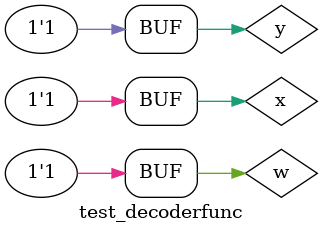
<source format=sv>
`timescale 1ns / 1ps

module test_decoderfunc();
    logic w,x,y;
    logic led;
    //instantiate device under test
    implement_func dut(led,w,x,y);
    //apply inputs one at a time
    initial begin
      y = 0; w = 0; x = 0; #10;
      x = 1; #10;
      w = 1; x = 0; #10;
      x = 1; #10;
      y = 1; w = 0; x = 0; #10;
      x = 1; #10;
      w = 1; x = 0; #10;
      x = 1; #10;
    end
endmodule
</source>
